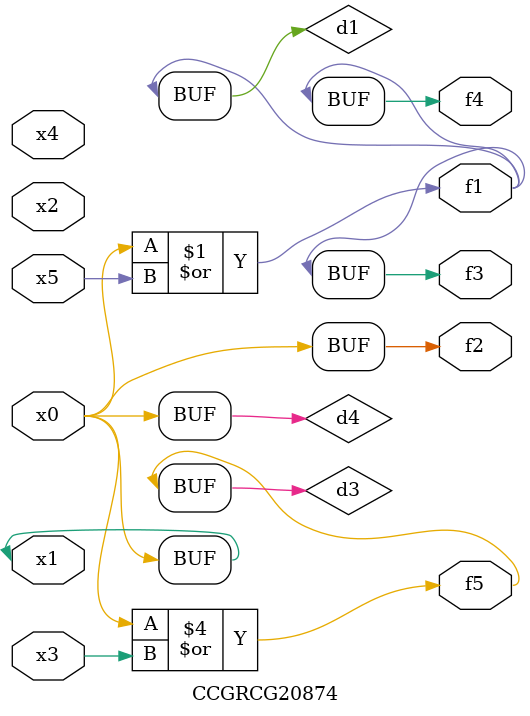
<source format=v>
module CCGRCG20874(
	input x0, x1, x2, x3, x4, x5,
	output f1, f2, f3, f4, f5
);

	wire d1, d2, d3, d4;

	or (d1, x0, x5);
	xnor (d2, x1, x4);
	or (d3, x0, x3);
	buf (d4, x0, x1);
	assign f1 = d1;
	assign f2 = d4;
	assign f3 = d1;
	assign f4 = d1;
	assign f5 = d3;
endmodule

</source>
